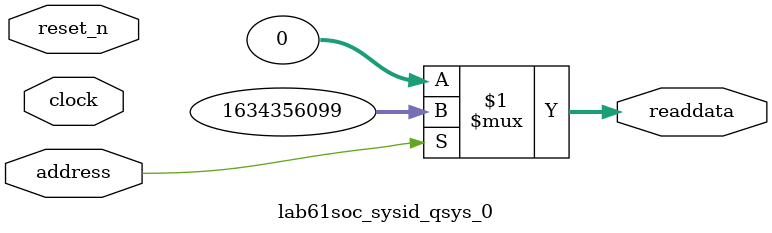
<source format=v>



// synthesis translate_off
`timescale 1ns / 1ps
// synthesis translate_on

// turn off superfluous verilog processor warnings 
// altera message_level Level1 
// altera message_off 10034 10035 10036 10037 10230 10240 10030 

module lab61soc_sysid_qsys_0 (
               // inputs:
                address,
                clock,
                reset_n,

               // outputs:
                readdata
             )
;

  output  [ 31: 0] readdata;
  input            address;
  input            clock;
  input            reset_n;

  wire    [ 31: 0] readdata;
  //control_slave, which is an e_avalon_slave
  assign readdata = address ? 1634356099 : 0;

endmodule



</source>
